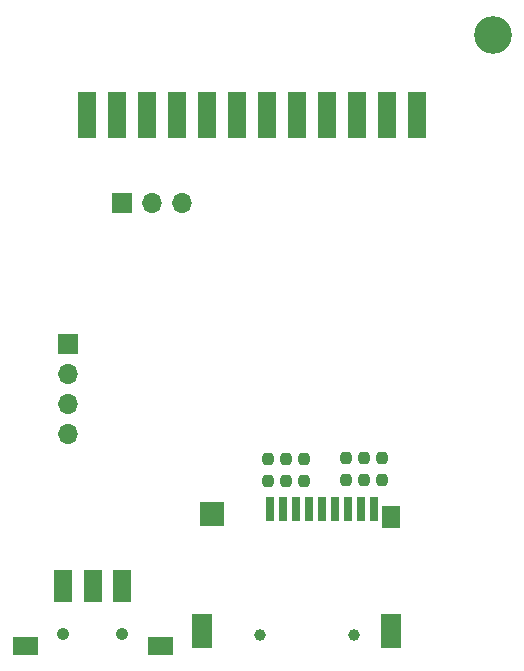
<source format=gbs>
%TF.GenerationSoftware,KiCad,Pcbnew,9.0.0-9.0.0-2~ubuntu24.04.1*%
%TF.CreationDate,2025-03-07T10:50:57+01:00*%
%TF.ProjectId,SensorBoard,53656e73-6f72-4426-9f61-72642e6b6963,rev?*%
%TF.SameCoordinates,Original*%
%TF.FileFunction,Soldermask,Bot*%
%TF.FilePolarity,Negative*%
%FSLAX46Y46*%
G04 Gerber Fmt 4.6, Leading zero omitted, Abs format (unit mm)*
G04 Created by KiCad (PCBNEW 9.0.0-9.0.0-2~ubuntu24.04.1) date 2025-03-07 10:50:57*
%MOMM*%
%LPD*%
G01*
G04 APERTURE LIST*
G04 Aperture macros list*
%AMRoundRect*
0 Rectangle with rounded corners*
0 $1 Rounding radius*
0 $2 $3 $4 $5 $6 $7 $8 $9 X,Y pos of 4 corners*
0 Add a 4 corners polygon primitive as box body*
4,1,4,$2,$3,$4,$5,$6,$7,$8,$9,$2,$3,0*
0 Add four circle primitives for the rounded corners*
1,1,$1+$1,$2,$3*
1,1,$1+$1,$4,$5*
1,1,$1+$1,$6,$7*
1,1,$1+$1,$8,$9*
0 Add four rect primitives between the rounded corners*
20,1,$1+$1,$2,$3,$4,$5,0*
20,1,$1+$1,$4,$5,$6,$7,0*
20,1,$1+$1,$6,$7,$8,$9,0*
20,1,$1+$1,$8,$9,$2,$3,0*%
G04 Aperture macros list end*
%ADD10C,3.200000*%
%ADD11R,1.700000X1.700000*%
%ADD12O,1.700000X1.700000*%
%ADD13R,1.500000X4.000000*%
%ADD14RoundRect,0.237500X0.237500X-0.250000X0.237500X0.250000X-0.237500X0.250000X-0.237500X-0.250000X0*%
%ADD15C,1.050000*%
%ADD16RoundRect,0.240000X-0.560000X-0.560000X0.560000X-0.560000X0.560000X0.560000X-0.560000X0.560000X0*%
%ADD17RoundRect,0.240000X-0.560000X-0.710000X0.560000X-0.710000X0.560000X0.710000X-0.560000X0.710000X0*%
%ADD18C,1.000000*%
%ADD19R,0.700000X2.000000*%
%ADD20R,1.600000X1.900000*%
%ADD21R,1.700000X3.000000*%
%ADD22R,2.100000X2.000000*%
G04 APERTURE END LIST*
D10*
X183700800Y-86070000D03*
D11*
X152227000Y-100322000D03*
D12*
X154767000Y-100322000D03*
X157307000Y-100322000D03*
D13*
X149305000Y-92870000D03*
X151845000Y-92870000D03*
X154385000Y-92870000D03*
X156925000Y-92870000D03*
X159465000Y-92870000D03*
X162005000Y-92870000D03*
X164545000Y-92870000D03*
X167085000Y-92870000D03*
X169625000Y-92870000D03*
X172165000Y-92870000D03*
X174705000Y-92870000D03*
X177245000Y-92870000D03*
D14*
X172729000Y-123726500D03*
X172729000Y-121901500D03*
D15*
X147296982Y-136783025D03*
X152296982Y-136783025D03*
D16*
X143796982Y-137783025D03*
X144396982Y-137783025D03*
X155196982Y-137783025D03*
X155796982Y-137783025D03*
D17*
X147296982Y-132283025D03*
X147296982Y-133133025D03*
X149796982Y-132283025D03*
X149796982Y-133133025D03*
X152296982Y-132283025D03*
X152296982Y-133133025D03*
D14*
X167649000Y-123830000D03*
X167649000Y-122005000D03*
D11*
X147655000Y-112270000D03*
D12*
X147655000Y-114810000D03*
X147655000Y-117350000D03*
X147655000Y-119890000D03*
D14*
X174253000Y-123726500D03*
X174253000Y-121901500D03*
X164651800Y-123828100D03*
X164651800Y-122003100D03*
D18*
X171943000Y-136930000D03*
X163963000Y-136930000D03*
D19*
X164763000Y-126230000D03*
X165863000Y-126230000D03*
X166963000Y-126230000D03*
X168063000Y-126230000D03*
X169163000Y-126230000D03*
X170263000Y-126230000D03*
X171363000Y-126230000D03*
X172463000Y-126230000D03*
X173563000Y-126230000D03*
D20*
X175063000Y-126930000D03*
D21*
X175013000Y-136530000D03*
D22*
X159913000Y-126630000D03*
D21*
X159013000Y-136530000D03*
D14*
X171205000Y-123726500D03*
X171205000Y-121901500D03*
X166150400Y-123830000D03*
X166150400Y-122005000D03*
M02*

</source>
